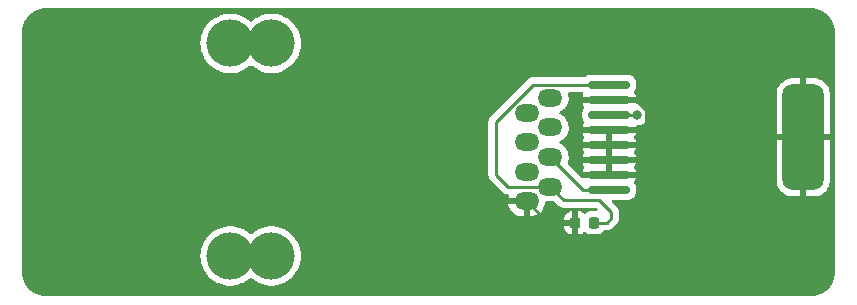
<source format=gbr>
%TF.GenerationSoftware,KiCad,Pcbnew,(6.0.0)*%
%TF.CreationDate,2022-01-12T21:24:23-06:00*%
%TF.ProjectId,Current_Sense,43757272-656e-4745-9f53-656e73652e6b,rev?*%
%TF.SameCoordinates,Original*%
%TF.FileFunction,Copper,L1,Top*%
%TF.FilePolarity,Positive*%
%FSLAX46Y46*%
G04 Gerber Fmt 4.6, Leading zero omitted, Abs format (unit mm)*
G04 Created by KiCad (PCBNEW (6.0.0)) date 2022-01-12 21:24:23*
%MOMM*%
%LPD*%
G01*
G04 APERTURE LIST*
G04 Aperture macros list*
%AMRoundRect*
0 Rectangle with rounded corners*
0 $1 Rounding radius*
0 $2 $3 $4 $5 $6 $7 $8 $9 X,Y pos of 4 corners*
0 Add a 4 corners polygon primitive as box body*
4,1,4,$2,$3,$4,$5,$6,$7,$8,$9,$2,$3,0*
0 Add four circle primitives for the rounded corners*
1,1,$1+$1,$2,$3*
1,1,$1+$1,$4,$5*
1,1,$1+$1,$6,$7*
1,1,$1+$1,$8,$9*
0 Add four rect primitives between the rounded corners*
20,1,$1+$1,$2,$3,$4,$5,0*
20,1,$1+$1,$4,$5,$6,$7,0*
20,1,$1+$1,$6,$7,$8,$9,0*
20,1,$1+$1,$8,$9,$2,$3,0*%
G04 Aperture macros list end*
%TA.AperFunction,SMDPad,CuDef*%
%ADD10RoundRect,0.218750X0.218750X0.256250X-0.218750X0.256250X-0.218750X-0.256250X0.218750X-0.256250X0*%
%TD*%
%TA.AperFunction,ComponentPad*%
%ADD11C,4.000000*%
%TD*%
%TA.AperFunction,ComponentPad*%
%ADD12O,2.100000X1.500000*%
%TD*%
%TA.AperFunction,SMDPad,CuDef*%
%ADD13RoundRect,0.875000X-0.875000X3.625000X-0.875000X-3.625000X0.875000X-3.625000X0.875000X3.625000X0*%
%TD*%
%TA.AperFunction,SMDPad,CuDef*%
%ADD14RoundRect,0.175000X-1.575000X0.175000X-1.575000X-0.175000X1.575000X-0.175000X1.575000X0.175000X0*%
%TD*%
%TA.AperFunction,ViaPad*%
%ADD15C,0.800000*%
%TD*%
%TA.AperFunction,Conductor*%
%ADD16C,0.250000*%
%TD*%
G04 APERTURE END LIST*
D10*
%TO.P,C1,2*%
%TO.N,GND*%
X104521000Y-92329000D03*
%TO.P,C1,1*%
%TO.N,+5V*%
X106096000Y-92329000D03*
%TD*%
D11*
%TO.P,U1,9,I_in*%
%TO.N,unconnected-(U1-Pad9)*%
X75290000Y-95145001D03*
%TO.P,U1,10,I_out*%
%TO.N,unconnected-(U1-Pad10)*%
X78790000Y-77145001D03*
X75290000Y-77145001D03*
%TO.P,U1,9,I_in*%
%TO.N,unconnected-(U1-Pad9)*%
X78790000Y-95145001D03*
D12*
%TO.P,U1,1,OCD*%
%TO.N,unconnected-(U1-Pad1)*%
X102390000Y-81765001D03*
%TO.P,U1,3*%
%TO.N,N/C*%
X102390000Y-84265001D03*
%TO.P,U1,2,GND*%
%TO.N,GND*%
X100390000Y-83015001D03*
%TO.P,U1,4*%
%TO.N,N/C*%
X100390000Y-85515001D03*
%TO.P,U1,5,CLK*%
%TO.N,DFSDM1_CKIN5_5V*%
X102390000Y-86765001D03*
%TO.P,U1,6,Dout*%
%TO.N,DFSDM1_DATIN5_5V*%
X100390000Y-88015001D03*
%TO.P,U1,7,Vc*%
%TO.N,+5V*%
X102390000Y-89265001D03*
%TO.P,U1,8,GND*%
%TO.N,GND*%
X100390000Y-90515001D03*
%TD*%
D13*
%TO.P,J5,9,Pin_9*%
%TO.N,GND*%
X123825000Y-85090000D03*
D14*
%TO.P,J5,5,Pin_5*%
X107380000Y-84455000D03*
%TO.P,J5,7,Pin_7*%
X107380000Y-81915000D03*
%TO.P,J5,8,Pin_8*%
%TO.N,+5V*%
X107380000Y-80645000D03*
%TO.P,J5,6,Pin_6*%
%TO.N,DFSDM1_DATIN5_5V*%
X107380000Y-83185000D03*
%TO.P,J5,4,Pin_4*%
%TO.N,GND*%
X107380000Y-85725000D03*
%TO.P,J5,3,Pin_3*%
X107380000Y-86995000D03*
%TO.P,J5,2,Pin_2*%
X107380000Y-88265000D03*
%TO.P,J5,1,Pin_1*%
%TO.N,DFSDM1_CKIN5_5V*%
X107380000Y-89535000D03*
%TD*%
D15*
%TO.N,DFSDM1_DATIN5_5V*%
X109765500Y-83185000D03*
%TD*%
D16*
%TO.N,DFSDM1_DATIN5_5V*%
X109765500Y-83185000D02*
X107380000Y-83185000D01*
%TO.N,DFSDM1_CKIN5_5V*%
X105159999Y-89535000D02*
X102390000Y-86765001D01*
X107380000Y-89535000D02*
X105159999Y-89535000D01*
%TO.N,GND*%
X102203999Y-92329000D02*
X100390000Y-90515001D01*
X104521000Y-92329000D02*
X102203999Y-92329000D01*
X107380000Y-88265000D02*
X110363000Y-88265000D01*
X110363000Y-88265000D02*
X110490000Y-88138000D01*
X110490000Y-88138000D02*
X110490000Y-87376000D01*
X110109000Y-86995000D02*
X107380000Y-86995000D01*
X110490000Y-87376000D02*
X110109000Y-86995000D01*
X107380000Y-85725000D02*
X110363000Y-85725000D01*
X110490000Y-85852000D02*
X110490000Y-87376000D01*
X110363000Y-85725000D02*
X110490000Y-85852000D01*
X107380000Y-84455000D02*
X110363000Y-84455000D01*
X110490000Y-84582000D02*
X110490000Y-85852000D01*
X110363000Y-84455000D02*
X110490000Y-84582000D01*
X107380000Y-81915000D02*
X109601000Y-81915000D01*
X110490000Y-82804000D02*
X110490000Y-84582000D01*
X109601000Y-81915000D02*
X110490000Y-82804000D01*
%TO.N,+5V*%
X106096000Y-92329000D02*
X107188000Y-92329000D01*
X107188000Y-92329000D02*
X107569000Y-91948000D01*
X107569000Y-91948000D02*
X107569000Y-91440000D01*
X107569000Y-91440000D02*
X106553000Y-90424000D01*
X103548999Y-90424000D02*
X102390000Y-89265001D01*
X106553000Y-90424000D02*
X103548999Y-90424000D01*
X100939708Y-80645000D02*
X97790000Y-83794708D01*
X107380000Y-80645000D02*
X100939708Y-80645000D01*
X97790000Y-83794708D02*
X97790000Y-88265000D01*
X98790001Y-89265001D02*
X102390000Y-89265001D01*
X97790000Y-88265000D02*
X98790001Y-89265001D01*
%TO.N,DFSDM1_DATIN5_5V*%
X107380000Y-83185000D02*
X105791000Y-83185000D01*
%TO.N,DFSDM1_CKIN5_5V*%
X102390000Y-86586000D02*
X102390000Y-86765001D01*
%TO.N,unconnected-(U1-Pad9)*%
X78790000Y-95145001D02*
X75290000Y-95145001D01*
%TO.N,unconnected-(U1-Pad10)*%
X78790000Y-77145001D02*
X75290000Y-77145001D01*
%TD*%
%TA.AperFunction,Conductor*%
%TO.N,GND*%
G36*
X124430057Y-74169500D02*
G01*
X124444858Y-74171805D01*
X124444861Y-74171805D01*
X124453730Y-74173186D01*
X124469999Y-74171059D01*
X124494567Y-74170266D01*
X124716985Y-74184844D01*
X124733326Y-74186995D01*
X124977824Y-74235629D01*
X124993743Y-74239895D01*
X125229790Y-74320022D01*
X125245017Y-74326329D01*
X125468592Y-74436584D01*
X125482865Y-74444825D01*
X125690133Y-74583316D01*
X125703210Y-74593349D01*
X125890632Y-74757714D01*
X125902286Y-74769368D01*
X126066651Y-74956790D01*
X126076684Y-74969867D01*
X126215175Y-75177135D01*
X126223416Y-75191408D01*
X126333671Y-75414983D01*
X126339978Y-75430210D01*
X126420105Y-75666257D01*
X126424371Y-75682176D01*
X126473005Y-75926673D01*
X126475156Y-75943014D01*
X126489264Y-76158268D01*
X126488239Y-76181304D01*
X126488196Y-76184854D01*
X126486814Y-76193730D01*
X126488454Y-76206270D01*
X126490936Y-76225251D01*
X126492000Y-76241589D01*
X126492000Y-96470672D01*
X126490500Y-96490056D01*
X126486814Y-96513730D01*
X126488941Y-96529999D01*
X126489734Y-96554567D01*
X126475156Y-96776985D01*
X126473005Y-96793326D01*
X126424371Y-97037824D01*
X126420105Y-97053743D01*
X126339978Y-97289790D01*
X126333671Y-97305017D01*
X126223416Y-97528592D01*
X126215175Y-97542865D01*
X126076684Y-97750133D01*
X126066651Y-97763210D01*
X125902286Y-97950632D01*
X125890632Y-97962286D01*
X125703210Y-98126651D01*
X125690133Y-98136684D01*
X125482865Y-98275175D01*
X125468592Y-98283416D01*
X125245017Y-98393671D01*
X125229790Y-98399978D01*
X124993743Y-98480105D01*
X124977824Y-98484371D01*
X124733327Y-98533005D01*
X124716986Y-98535156D01*
X124501732Y-98549264D01*
X124478696Y-98548239D01*
X124475146Y-98548196D01*
X124466270Y-98546814D01*
X124437762Y-98550542D01*
X124434749Y-98550936D01*
X124418411Y-98552000D01*
X59739328Y-98552000D01*
X59719943Y-98550500D01*
X59705142Y-98548195D01*
X59705139Y-98548195D01*
X59696270Y-98546814D01*
X59680001Y-98548941D01*
X59655433Y-98549734D01*
X59433015Y-98535156D01*
X59416674Y-98533005D01*
X59172176Y-98484371D01*
X59156257Y-98480105D01*
X58920210Y-98399978D01*
X58904983Y-98393671D01*
X58681408Y-98283416D01*
X58667135Y-98275175D01*
X58459867Y-98136684D01*
X58446790Y-98126651D01*
X58259368Y-97962286D01*
X58247714Y-97950632D01*
X58083349Y-97763210D01*
X58073316Y-97750133D01*
X57934825Y-97542865D01*
X57926584Y-97528592D01*
X57816329Y-97305017D01*
X57810022Y-97289790D01*
X57729895Y-97053743D01*
X57725629Y-97037824D01*
X57676995Y-96793327D01*
X57674844Y-96776986D01*
X57660736Y-96561732D01*
X57661761Y-96538696D01*
X57661804Y-96535146D01*
X57663186Y-96526270D01*
X57659064Y-96494748D01*
X57658000Y-96478411D01*
X57658000Y-95145001D01*
X72776540Y-95145001D01*
X72796359Y-95460021D01*
X72855505Y-95770073D01*
X72953044Y-96070267D01*
X72954731Y-96073853D01*
X72954733Y-96073857D01*
X73085750Y-96352284D01*
X73085754Y-96352291D01*
X73087438Y-96355870D01*
X73256568Y-96622376D01*
X73457767Y-96865583D01*
X73687860Y-97081655D01*
X73943221Y-97267185D01*
X73946690Y-97269092D01*
X73946693Y-97269094D01*
X74216352Y-97417341D01*
X74219821Y-97419248D01*
X74223490Y-97420701D01*
X74223495Y-97420703D01*
X74330770Y-97463176D01*
X74513298Y-97535444D01*
X74819025Y-97613941D01*
X75132179Y-97653501D01*
X75447821Y-97653501D01*
X75760975Y-97613941D01*
X76066702Y-97535444D01*
X76249230Y-97463176D01*
X76356505Y-97420703D01*
X76356510Y-97420701D01*
X76360179Y-97419248D01*
X76363648Y-97417341D01*
X76633307Y-97269094D01*
X76633310Y-97269092D01*
X76636779Y-97267185D01*
X76892140Y-97081655D01*
X76953747Y-97023802D01*
X77017097Y-96991751D01*
X77087719Y-96999038D01*
X77126253Y-97023802D01*
X77187860Y-97081655D01*
X77443221Y-97267185D01*
X77446690Y-97269092D01*
X77446693Y-97269094D01*
X77716352Y-97417341D01*
X77719821Y-97419248D01*
X77723490Y-97420701D01*
X77723495Y-97420703D01*
X77830770Y-97463176D01*
X78013298Y-97535444D01*
X78319025Y-97613941D01*
X78632179Y-97653501D01*
X78947821Y-97653501D01*
X79260975Y-97613941D01*
X79566702Y-97535444D01*
X79749230Y-97463176D01*
X79856505Y-97420703D01*
X79856510Y-97420701D01*
X79860179Y-97419248D01*
X79863648Y-97417341D01*
X80133307Y-97269094D01*
X80133310Y-97269092D01*
X80136779Y-97267185D01*
X80392140Y-97081655D01*
X80622233Y-96865583D01*
X80823432Y-96622376D01*
X80992562Y-96355870D01*
X80994246Y-96352291D01*
X80994250Y-96352284D01*
X81125267Y-96073857D01*
X81125269Y-96073853D01*
X81126956Y-96070267D01*
X81224495Y-95770073D01*
X81283641Y-95460021D01*
X81303460Y-95145001D01*
X81283641Y-94829981D01*
X81224495Y-94519929D01*
X81126956Y-94219735D01*
X81125267Y-94216145D01*
X80994250Y-93937718D01*
X80994246Y-93937711D01*
X80992562Y-93934132D01*
X80823432Y-93667626D01*
X80622233Y-93424419D01*
X80392140Y-93208347D01*
X80136779Y-93022817D01*
X80028081Y-92963059D01*
X79863648Y-92872661D01*
X79863647Y-92872660D01*
X79860179Y-92870754D01*
X79856510Y-92869301D01*
X79856505Y-92869299D01*
X79570372Y-92756011D01*
X79570371Y-92756011D01*
X79566702Y-92754558D01*
X79260975Y-92676061D01*
X78947821Y-92636501D01*
X78632179Y-92636501D01*
X78319025Y-92676061D01*
X78013298Y-92754558D01*
X78009629Y-92756011D01*
X78009628Y-92756011D01*
X77723495Y-92869299D01*
X77723490Y-92869301D01*
X77719821Y-92870754D01*
X77716353Y-92872660D01*
X77716352Y-92872661D01*
X77551920Y-92963059D01*
X77443221Y-93022817D01*
X77187860Y-93208347D01*
X77126253Y-93266200D01*
X77062903Y-93298251D01*
X76992281Y-93290964D01*
X76953747Y-93266200D01*
X76892140Y-93208347D01*
X76636779Y-93022817D01*
X76528081Y-92963059D01*
X76363648Y-92872661D01*
X76363647Y-92872660D01*
X76360179Y-92870754D01*
X76356510Y-92869301D01*
X76356505Y-92869299D01*
X76070372Y-92756011D01*
X76070371Y-92756011D01*
X76066702Y-92754558D01*
X75760975Y-92676061D01*
X75447821Y-92636501D01*
X75132179Y-92636501D01*
X74819025Y-92676061D01*
X74513298Y-92754558D01*
X74509629Y-92756011D01*
X74509628Y-92756011D01*
X74223495Y-92869299D01*
X74223490Y-92869301D01*
X74219821Y-92870754D01*
X74216353Y-92872660D01*
X74216352Y-92872661D01*
X74051920Y-92963059D01*
X73943221Y-93022817D01*
X73687860Y-93208347D01*
X73457767Y-93424419D01*
X73256568Y-93667626D01*
X73087438Y-93934132D01*
X73085754Y-93937711D01*
X73085750Y-93937718D01*
X72954733Y-94216145D01*
X72953044Y-94219735D01*
X72855505Y-94519929D01*
X72796359Y-94829981D01*
X72776540Y-95145001D01*
X57658000Y-95145001D01*
X57658000Y-92630266D01*
X103575500Y-92630266D01*
X103575837Y-92636782D01*
X103585304Y-92728021D01*
X103588197Y-92741417D01*
X103637330Y-92888687D01*
X103643504Y-92901866D01*
X103724970Y-93033514D01*
X103734006Y-93044915D01*
X103843580Y-93154298D01*
X103854991Y-93163310D01*
X103986791Y-93244553D01*
X103999968Y-93250697D01*
X104147343Y-93299579D01*
X104160710Y-93302445D01*
X104250200Y-93311614D01*
X104264124Y-93307525D01*
X104265329Y-93306135D01*
X104267000Y-93298452D01*
X104267000Y-92601115D01*
X104262525Y-92585876D01*
X104261135Y-92584671D01*
X104253452Y-92583000D01*
X103593615Y-92583000D01*
X103578376Y-92587475D01*
X103577171Y-92588865D01*
X103575500Y-92596548D01*
X103575500Y-92630266D01*
X57658000Y-92630266D01*
X57658000Y-92056885D01*
X103575500Y-92056885D01*
X103579975Y-92072124D01*
X103581365Y-92073329D01*
X103589048Y-92075000D01*
X104248885Y-92075000D01*
X104264124Y-92070525D01*
X104265329Y-92069135D01*
X104267000Y-92061452D01*
X104267000Y-91364115D01*
X104262525Y-91348876D01*
X104261135Y-91347671D01*
X104254179Y-91346158D01*
X104250718Y-91346337D01*
X104159479Y-91355804D01*
X104146083Y-91358697D01*
X103998813Y-91407830D01*
X103985634Y-91414004D01*
X103853986Y-91495470D01*
X103842585Y-91504506D01*
X103733202Y-91614080D01*
X103724190Y-91625491D01*
X103642947Y-91757291D01*
X103636803Y-91770468D01*
X103587921Y-91917843D01*
X103585055Y-91931210D01*
X103575828Y-92021270D01*
X103575500Y-92027685D01*
X103575500Y-92056885D01*
X57658000Y-92056885D01*
X57658000Y-90782729D01*
X98856114Y-90782729D01*
X98856166Y-90782974D01*
X98918898Y-90986884D01*
X98923119Y-90997230D01*
X99020971Y-91186815D01*
X99026957Y-91196246D01*
X99156832Y-91365502D01*
X99164393Y-91373725D01*
X99322194Y-91517313D01*
X99331094Y-91524068D01*
X99511815Y-91637435D01*
X99521781Y-91642512D01*
X99719714Y-91722081D01*
X99730429Y-91725316D01*
X99940301Y-91768778D01*
X99949438Y-91769981D01*
X99999990Y-91772896D01*
X100003637Y-91773001D01*
X100117885Y-91773001D01*
X100133124Y-91768526D01*
X100134329Y-91767136D01*
X100136000Y-91759453D01*
X100136000Y-90787116D01*
X100131525Y-90771877D01*
X100130135Y-90770672D01*
X100122452Y-90769001D01*
X98871589Y-90769001D01*
X98857607Y-90773106D01*
X98856114Y-90782729D01*
X57658000Y-90782729D01*
X57658000Y-83774651D01*
X97151780Y-83774651D01*
X97152526Y-83782543D01*
X97155941Y-83818669D01*
X97156500Y-83830527D01*
X97156500Y-88186233D01*
X97155973Y-88197416D01*
X97154298Y-88204909D01*
X97154547Y-88212835D01*
X97154547Y-88212836D01*
X97156438Y-88272986D01*
X97156500Y-88276945D01*
X97156500Y-88304856D01*
X97156997Y-88308790D01*
X97156997Y-88308791D01*
X97157005Y-88308856D01*
X97157938Y-88320693D01*
X97159327Y-88364889D01*
X97164978Y-88384339D01*
X97168987Y-88403700D01*
X97171526Y-88423797D01*
X97174445Y-88431168D01*
X97174445Y-88431170D01*
X97187804Y-88464912D01*
X97191649Y-88476142D01*
X97196383Y-88492436D01*
X97203982Y-88518593D01*
X97208015Y-88525412D01*
X97208017Y-88525417D01*
X97214293Y-88536028D01*
X97222988Y-88553776D01*
X97230448Y-88572617D01*
X97235110Y-88579033D01*
X97235110Y-88579034D01*
X97256436Y-88608387D01*
X97262952Y-88618307D01*
X97285458Y-88656362D01*
X97299779Y-88670683D01*
X97312619Y-88685716D01*
X97324528Y-88702107D01*
X97330632Y-88707157D01*
X97330637Y-88707162D01*
X97358598Y-88730293D01*
X97367379Y-88738283D01*
X98286354Y-89657259D01*
X98293888Y-89665538D01*
X98298001Y-89672019D01*
X98336884Y-89708532D01*
X98347652Y-89718644D01*
X98350494Y-89721399D01*
X98370231Y-89741136D01*
X98373428Y-89743616D01*
X98382448Y-89751319D01*
X98414680Y-89781587D01*
X98421626Y-89785406D01*
X98421629Y-89785408D01*
X98432435Y-89791349D01*
X98448954Y-89802200D01*
X98464960Y-89814615D01*
X98472229Y-89817760D01*
X98472233Y-89817763D01*
X98505538Y-89832175D01*
X98516188Y-89837392D01*
X98554941Y-89858696D01*
X98562616Y-89860667D01*
X98562617Y-89860667D01*
X98574563Y-89863734D01*
X98593268Y-89870138D01*
X98611856Y-89878182D01*
X98619679Y-89879421D01*
X98619689Y-89879424D01*
X98655525Y-89885100D01*
X98667145Y-89887506D01*
X98702290Y-89896529D01*
X98709971Y-89898501D01*
X98730225Y-89898501D01*
X98749935Y-89900052D01*
X98769944Y-89903221D01*
X98780501Y-89902223D01*
X98782570Y-89902624D01*
X98785759Y-89902724D01*
X98785743Y-89903238D01*
X98850201Y-89915725D01*
X98901538Y-89964767D01*
X98918211Y-90033778D01*
X98907733Y-90078308D01*
X98895145Y-90106986D01*
X98891578Y-90117583D01*
X98861376Y-90243385D01*
X98862081Y-90257471D01*
X98870960Y-90261001D01*
X100518000Y-90261001D01*
X100586121Y-90281003D01*
X100632614Y-90334659D01*
X100644000Y-90387001D01*
X100644000Y-91754886D01*
X100648475Y-91770125D01*
X100649865Y-91771330D01*
X100657548Y-91773001D01*
X100744175Y-91773001D01*
X100749770Y-91772752D01*
X100908078Y-91758623D01*
X100919092Y-91756641D01*
X101124860Y-91700350D01*
X101135341Y-91696452D01*
X101327903Y-91604604D01*
X101337516Y-91598919D01*
X101510767Y-91474426D01*
X101519233Y-91467118D01*
X101667692Y-91313919D01*
X101674735Y-91305222D01*
X101793719Y-91128157D01*
X101799105Y-91118359D01*
X101884857Y-90923011D01*
X101888422Y-90912419D01*
X101938225Y-90704973D01*
X101939858Y-90693911D01*
X101942837Y-90642248D01*
X101966727Y-90575392D01*
X102022970Y-90532064D01*
X102068628Y-90523501D01*
X102700405Y-90523501D01*
X102768526Y-90543503D01*
X102789501Y-90560406D01*
X103045352Y-90816258D01*
X103052886Y-90824537D01*
X103056999Y-90831018D01*
X103106650Y-90877643D01*
X103109492Y-90880398D01*
X103129229Y-90900135D01*
X103132426Y-90902615D01*
X103141446Y-90910318D01*
X103173678Y-90940586D01*
X103180624Y-90944405D01*
X103180627Y-90944407D01*
X103191433Y-90950348D01*
X103207952Y-90961199D01*
X103223958Y-90973614D01*
X103231227Y-90976759D01*
X103231231Y-90976762D01*
X103264536Y-90991174D01*
X103275186Y-90996391D01*
X103313939Y-91017695D01*
X103321614Y-91019666D01*
X103321615Y-91019666D01*
X103333561Y-91022733D01*
X103352266Y-91029137D01*
X103370854Y-91037181D01*
X103378677Y-91038420D01*
X103378687Y-91038423D01*
X103414523Y-91044099D01*
X103426143Y-91046505D01*
X103461043Y-91055465D01*
X103468969Y-91057500D01*
X103489223Y-91057500D01*
X103508933Y-91059051D01*
X103528942Y-91062220D01*
X103536834Y-91061474D01*
X103572960Y-91058059D01*
X103584818Y-91057500D01*
X106238406Y-91057500D01*
X106306527Y-91077502D01*
X106327501Y-91094405D01*
X106363501Y-91130405D01*
X106397527Y-91192717D01*
X106392462Y-91263532D01*
X106349915Y-91320368D01*
X106283395Y-91345179D01*
X106274406Y-91345500D01*
X105828928Y-91345500D01*
X105825682Y-91345837D01*
X105825678Y-91345837D01*
X105804486Y-91348036D01*
X105727518Y-91356022D01*
X105566651Y-91409692D01*
X105422445Y-91498929D01*
X105417276Y-91504107D01*
X105397259Y-91524159D01*
X105334977Y-91558238D01*
X105264157Y-91553235D01*
X105219068Y-91524314D01*
X105198420Y-91503702D01*
X105187009Y-91494690D01*
X105055209Y-91413447D01*
X105042032Y-91407303D01*
X104894657Y-91358421D01*
X104881290Y-91355555D01*
X104791800Y-91346386D01*
X104777876Y-91350475D01*
X104776671Y-91351865D01*
X104775000Y-91359548D01*
X104775000Y-93293885D01*
X104779475Y-93309124D01*
X104780865Y-93310329D01*
X104787821Y-93311842D01*
X104791282Y-93311663D01*
X104882521Y-93302196D01*
X104895917Y-93299303D01*
X105043187Y-93250170D01*
X105056366Y-93243996D01*
X105188014Y-93162530D01*
X105199415Y-93153494D01*
X105219033Y-93133842D01*
X105281316Y-93099763D01*
X105352136Y-93104766D01*
X105397223Y-93133686D01*
X105416951Y-93153379D01*
X105423447Y-93159864D01*
X105567808Y-93248849D01*
X105574756Y-93251154D01*
X105574757Y-93251154D01*
X105722238Y-93300072D01*
X105722240Y-93300072D01*
X105728769Y-93302238D01*
X105828928Y-93312500D01*
X106363072Y-93312500D01*
X106366318Y-93312163D01*
X106366322Y-93312163D01*
X106400103Y-93308658D01*
X106464482Y-93301978D01*
X106625349Y-93248308D01*
X106769555Y-93159071D01*
X106889364Y-93039053D01*
X106899639Y-93022384D01*
X106952412Y-92974890D01*
X107006899Y-92962500D01*
X107109233Y-92962500D01*
X107120416Y-92963027D01*
X107127909Y-92964702D01*
X107135835Y-92964453D01*
X107135836Y-92964453D01*
X107195986Y-92962562D01*
X107199945Y-92962500D01*
X107227856Y-92962500D01*
X107231791Y-92962003D01*
X107231856Y-92961995D01*
X107243693Y-92961062D01*
X107275951Y-92960048D01*
X107279970Y-92959922D01*
X107287889Y-92959673D01*
X107307343Y-92954021D01*
X107326700Y-92950013D01*
X107338930Y-92948468D01*
X107338931Y-92948468D01*
X107346797Y-92947474D01*
X107354168Y-92944555D01*
X107354170Y-92944555D01*
X107387912Y-92931196D01*
X107399142Y-92927351D01*
X107433983Y-92917229D01*
X107433984Y-92917229D01*
X107441593Y-92915018D01*
X107448412Y-92910985D01*
X107448417Y-92910983D01*
X107459028Y-92904707D01*
X107476776Y-92896012D01*
X107495617Y-92888552D01*
X107517490Y-92872661D01*
X107531387Y-92862564D01*
X107541307Y-92856048D01*
X107572535Y-92837580D01*
X107572538Y-92837578D01*
X107579362Y-92833542D01*
X107593683Y-92819221D01*
X107608717Y-92806380D01*
X107618694Y-92799131D01*
X107625107Y-92794472D01*
X107653298Y-92760395D01*
X107661288Y-92751616D01*
X107961247Y-92451657D01*
X107969537Y-92444113D01*
X107976018Y-92440000D01*
X108022659Y-92390332D01*
X108025413Y-92387491D01*
X108045134Y-92367770D01*
X108047612Y-92364575D01*
X108055318Y-92355553D01*
X108080158Y-92329101D01*
X108085586Y-92323321D01*
X108095346Y-92305568D01*
X108106199Y-92289045D01*
X108113753Y-92279306D01*
X108118613Y-92273041D01*
X108136176Y-92232457D01*
X108141383Y-92221827D01*
X108162695Y-92183060D01*
X108164666Y-92175383D01*
X108164668Y-92175378D01*
X108167732Y-92163442D01*
X108174138Y-92144730D01*
X108179034Y-92133417D01*
X108182181Y-92126145D01*
X108189097Y-92082481D01*
X108191504Y-92070860D01*
X108200528Y-92035711D01*
X108200528Y-92035710D01*
X108202500Y-92028030D01*
X108202500Y-92007769D01*
X108204051Y-91988058D01*
X108205979Y-91975885D01*
X108207219Y-91968057D01*
X108203059Y-91924046D01*
X108202500Y-91912189D01*
X108202500Y-91518767D01*
X108203027Y-91507584D01*
X108204702Y-91500091D01*
X108202562Y-91432000D01*
X108202500Y-91428043D01*
X108202500Y-91400144D01*
X108201996Y-91396153D01*
X108201063Y-91384311D01*
X108200731Y-91373725D01*
X108199674Y-91340111D01*
X108197462Y-91332497D01*
X108197461Y-91332492D01*
X108194023Y-91320659D01*
X108190012Y-91301295D01*
X108188467Y-91289064D01*
X108187474Y-91281203D01*
X108184557Y-91273836D01*
X108184556Y-91273831D01*
X108171198Y-91240092D01*
X108167354Y-91228865D01*
X108165232Y-91221561D01*
X108155018Y-91186407D01*
X108144707Y-91168972D01*
X108136012Y-91151224D01*
X108128552Y-91132383D01*
X108102564Y-91096613D01*
X108096048Y-91086693D01*
X108077580Y-91055465D01*
X108077578Y-91055462D01*
X108073542Y-91048638D01*
X108059221Y-91034317D01*
X108046380Y-91019283D01*
X108039131Y-91009306D01*
X108034472Y-91002893D01*
X108028368Y-90997843D01*
X108028363Y-90997838D01*
X108000402Y-90974707D01*
X107991621Y-90966717D01*
X107633500Y-90608595D01*
X107599475Y-90546283D01*
X107604540Y-90475467D01*
X107647087Y-90418632D01*
X107713607Y-90393821D01*
X107722596Y-90393500D01*
X109009634Y-90393500D01*
X109080473Y-90386991D01*
X109086853Y-90384992D01*
X109086856Y-90384991D01*
X109231086Y-90339791D01*
X109238336Y-90337519D01*
X109244833Y-90333584D01*
X109244836Y-90333583D01*
X109364684Y-90261001D01*
X109379842Y-90251821D01*
X109496821Y-90134842D01*
X109531059Y-90078308D01*
X109578583Y-89999836D01*
X109578584Y-89999833D01*
X109582519Y-89993336D01*
X109606841Y-89915725D01*
X109629991Y-89841856D01*
X109629992Y-89841853D01*
X109631991Y-89835473D01*
X109638500Y-89764634D01*
X109638500Y-89305366D01*
X109631991Y-89234527D01*
X109628589Y-89223669D01*
X109584791Y-89083914D01*
X109582519Y-89076664D01*
X109514765Y-88964787D01*
X109496586Y-88896158D01*
X109514765Y-88834246D01*
X109532095Y-88805631D01*
X121567000Y-88805631D01*
X121567091Y-88809016D01*
X121569882Y-88860545D01*
X121570955Y-88869189D01*
X121614080Y-89090018D01*
X121616994Y-89100246D01*
X121696364Y-89309740D01*
X121700962Y-89319338D01*
X121814493Y-89512460D01*
X121820646Y-89521149D01*
X121965101Y-89692392D01*
X121972608Y-89699899D01*
X122143851Y-89844354D01*
X122152540Y-89850507D01*
X122345662Y-89964038D01*
X122355260Y-89968636D01*
X122564754Y-90048006D01*
X122574982Y-90050920D01*
X122795811Y-90094045D01*
X122804455Y-90095118D01*
X122855984Y-90097909D01*
X122859369Y-90098000D01*
X123552885Y-90098000D01*
X123568124Y-90093525D01*
X123569329Y-90092135D01*
X123571000Y-90084452D01*
X123571000Y-90079885D01*
X124079000Y-90079885D01*
X124083475Y-90095124D01*
X124084865Y-90096329D01*
X124092548Y-90098000D01*
X124790631Y-90098000D01*
X124794016Y-90097909D01*
X124845545Y-90095118D01*
X124854189Y-90094045D01*
X125075018Y-90050920D01*
X125085246Y-90048006D01*
X125294740Y-89968636D01*
X125304338Y-89964038D01*
X125497460Y-89850507D01*
X125506149Y-89844354D01*
X125677392Y-89699899D01*
X125684899Y-89692392D01*
X125829354Y-89521149D01*
X125835507Y-89512460D01*
X125949038Y-89319338D01*
X125953636Y-89309740D01*
X126033006Y-89100246D01*
X126035920Y-89090018D01*
X126079045Y-88869189D01*
X126080118Y-88860545D01*
X126082909Y-88809016D01*
X126083000Y-88805631D01*
X126083000Y-85362115D01*
X126078525Y-85346876D01*
X126077135Y-85345671D01*
X126069452Y-85344000D01*
X124097115Y-85344000D01*
X124081876Y-85348475D01*
X124080671Y-85349865D01*
X124079000Y-85357548D01*
X124079000Y-90079885D01*
X123571000Y-90079885D01*
X123571000Y-85362115D01*
X123566525Y-85346876D01*
X123565135Y-85345671D01*
X123557452Y-85344000D01*
X121585115Y-85344000D01*
X121569876Y-85348475D01*
X121568671Y-85349865D01*
X121567000Y-85357548D01*
X121567000Y-88805631D01*
X109532095Y-88805631D01*
X109578125Y-88729625D01*
X109584332Y-88715879D01*
X109629494Y-88571766D01*
X109632107Y-88558717D01*
X109634099Y-88537039D01*
X109631178Y-88522164D01*
X109619284Y-88519000D01*
X105142359Y-88519000D01*
X105134886Y-88521194D01*
X105063889Y-88521192D01*
X105010295Y-88489392D01*
X103887879Y-87366976D01*
X103853853Y-87304664D01*
X103857781Y-87265405D01*
X105125750Y-87265405D01*
X105127893Y-87288717D01*
X105130506Y-87301766D01*
X105175668Y-87445879D01*
X105181875Y-87459626D01*
X105245527Y-87564729D01*
X105263706Y-87633359D01*
X105245527Y-87695271D01*
X105181875Y-87800374D01*
X105175668Y-87814121D01*
X105130506Y-87958234D01*
X105127893Y-87971283D01*
X105125901Y-87992961D01*
X105128822Y-88007836D01*
X105140716Y-88011000D01*
X107107885Y-88011000D01*
X107123124Y-88006525D01*
X107124329Y-88005135D01*
X107126000Y-87997452D01*
X107126000Y-87992885D01*
X107634000Y-87992885D01*
X107638475Y-88008124D01*
X107639865Y-88009329D01*
X107647548Y-88011000D01*
X109617642Y-88011000D01*
X109632187Y-88006729D01*
X109634250Y-87994595D01*
X109632107Y-87971283D01*
X109629494Y-87958234D01*
X109584332Y-87814121D01*
X109578125Y-87800374D01*
X109514473Y-87695271D01*
X109496294Y-87626641D01*
X109514473Y-87564729D01*
X109578125Y-87459626D01*
X109584332Y-87445879D01*
X109629494Y-87301766D01*
X109632107Y-87288717D01*
X109634099Y-87267039D01*
X109631178Y-87252164D01*
X109619284Y-87249000D01*
X107652115Y-87249000D01*
X107636876Y-87253475D01*
X107635671Y-87254865D01*
X107634000Y-87262548D01*
X107634000Y-87992885D01*
X107126000Y-87992885D01*
X107126000Y-87267115D01*
X107121525Y-87251876D01*
X107120135Y-87250671D01*
X107112452Y-87249000D01*
X105142358Y-87249000D01*
X105127813Y-87253271D01*
X105125750Y-87265405D01*
X103857781Y-87265405D01*
X103861601Y-87227235D01*
X103885331Y-87173176D01*
X103885332Y-87173174D01*
X103887588Y-87168034D01*
X103940032Y-86949590D01*
X103950307Y-86771384D01*
X103952640Y-86730918D01*
X103952640Y-86730915D01*
X103952963Y-86725311D01*
X103925975Y-86502286D01*
X103859918Y-86287566D01*
X103810627Y-86192065D01*
X103759454Y-86092920D01*
X103759454Y-86092919D01*
X103756882Y-86087937D01*
X103685880Y-85995405D01*
X105125750Y-85995405D01*
X105127893Y-86018717D01*
X105130506Y-86031766D01*
X105175668Y-86175879D01*
X105181875Y-86189626D01*
X105245527Y-86294729D01*
X105263706Y-86363359D01*
X105245527Y-86425271D01*
X105181875Y-86530374D01*
X105175668Y-86544121D01*
X105130506Y-86688234D01*
X105127893Y-86701283D01*
X105125901Y-86722961D01*
X105128822Y-86737836D01*
X105140716Y-86741000D01*
X107107885Y-86741000D01*
X107123124Y-86736525D01*
X107124329Y-86735135D01*
X107126000Y-86727452D01*
X107126000Y-86722885D01*
X107634000Y-86722885D01*
X107638475Y-86738124D01*
X107639865Y-86739329D01*
X107647548Y-86741000D01*
X109617642Y-86741000D01*
X109632187Y-86736729D01*
X109634250Y-86724595D01*
X109632107Y-86701283D01*
X109629494Y-86688234D01*
X109584332Y-86544121D01*
X109578125Y-86530374D01*
X109514473Y-86425271D01*
X109496294Y-86356641D01*
X109514473Y-86294729D01*
X109578125Y-86189626D01*
X109584332Y-86175879D01*
X109629494Y-86031766D01*
X109632107Y-86018717D01*
X109634099Y-85997039D01*
X109631178Y-85982164D01*
X109619284Y-85979000D01*
X107652115Y-85979000D01*
X107636876Y-85983475D01*
X107635671Y-85984865D01*
X107634000Y-85992548D01*
X107634000Y-86722885D01*
X107126000Y-86722885D01*
X107126000Y-85997115D01*
X107121525Y-85981876D01*
X107120135Y-85980671D01*
X107112452Y-85979000D01*
X105142358Y-85979000D01*
X105127813Y-85983271D01*
X105125750Y-85995405D01*
X103685880Y-85995405D01*
X103620123Y-85909709D01*
X103453964Y-85758516D01*
X103449217Y-85755538D01*
X103449214Y-85755536D01*
X103268405Y-85642116D01*
X103263656Y-85639137D01*
X103241761Y-85630335D01*
X103186018Y-85586371D01*
X103162892Y-85519246D01*
X103179728Y-85450275D01*
X103234513Y-85399704D01*
X103328151Y-85355040D01*
X103328152Y-85355039D01*
X103333218Y-85352623D01*
X103515654Y-85221530D01*
X103671992Y-85060202D01*
X103797290Y-84873739D01*
X103862404Y-84725405D01*
X105125750Y-84725405D01*
X105127893Y-84748717D01*
X105130506Y-84761766D01*
X105175668Y-84905879D01*
X105181875Y-84919626D01*
X105245527Y-85024729D01*
X105263706Y-85093359D01*
X105245527Y-85155271D01*
X105181875Y-85260374D01*
X105175668Y-85274121D01*
X105130506Y-85418234D01*
X105127893Y-85431283D01*
X105125901Y-85452961D01*
X105128822Y-85467836D01*
X105140716Y-85471000D01*
X107107885Y-85471000D01*
X107123124Y-85466525D01*
X107124329Y-85465135D01*
X107126000Y-85457452D01*
X107126000Y-85452885D01*
X107634000Y-85452885D01*
X107638475Y-85468124D01*
X107639865Y-85469329D01*
X107647548Y-85471000D01*
X109617642Y-85471000D01*
X109632187Y-85466729D01*
X109634250Y-85454595D01*
X109632107Y-85431283D01*
X109629494Y-85418234D01*
X109584332Y-85274121D01*
X109578125Y-85260374D01*
X109514473Y-85155271D01*
X109496294Y-85086641D01*
X109514473Y-85024729D01*
X109578125Y-84919626D01*
X109584332Y-84905879D01*
X109611907Y-84817885D01*
X121567000Y-84817885D01*
X121571475Y-84833124D01*
X121572865Y-84834329D01*
X121580548Y-84836000D01*
X123552885Y-84836000D01*
X123568124Y-84831525D01*
X123569329Y-84830135D01*
X123571000Y-84822452D01*
X123571000Y-84817885D01*
X124079000Y-84817885D01*
X124083475Y-84833124D01*
X124084865Y-84834329D01*
X124092548Y-84836000D01*
X126064885Y-84836000D01*
X126080124Y-84831525D01*
X126081329Y-84830135D01*
X126083000Y-84822452D01*
X126083000Y-81374370D01*
X126082909Y-81370984D01*
X126080118Y-81319455D01*
X126079045Y-81310811D01*
X126035920Y-81089982D01*
X126033006Y-81079754D01*
X125953636Y-80870260D01*
X125949038Y-80860662D01*
X125835507Y-80667540D01*
X125829354Y-80658851D01*
X125684899Y-80487608D01*
X125677392Y-80480101D01*
X125506149Y-80335646D01*
X125497460Y-80329493D01*
X125304338Y-80215962D01*
X125294740Y-80211364D01*
X125085246Y-80131994D01*
X125075018Y-80129080D01*
X124854189Y-80085955D01*
X124845545Y-80084882D01*
X124794016Y-80082091D01*
X124790630Y-80082000D01*
X124097115Y-80082000D01*
X124081876Y-80086475D01*
X124080671Y-80087865D01*
X124079000Y-80095548D01*
X124079000Y-84817885D01*
X123571000Y-84817885D01*
X123571000Y-80100115D01*
X123566525Y-80084876D01*
X123565135Y-80083671D01*
X123557452Y-80082000D01*
X122859370Y-80082000D01*
X122855984Y-80082091D01*
X122804455Y-80084882D01*
X122795811Y-80085955D01*
X122574982Y-80129080D01*
X122564754Y-80131994D01*
X122355260Y-80211364D01*
X122345662Y-80215962D01*
X122152540Y-80329493D01*
X122143851Y-80335646D01*
X121972608Y-80480101D01*
X121965101Y-80487608D01*
X121820646Y-80658851D01*
X121814493Y-80667540D01*
X121700962Y-80860662D01*
X121696364Y-80870260D01*
X121616994Y-81079754D01*
X121614080Y-81089982D01*
X121570955Y-81310811D01*
X121569882Y-81319455D01*
X121567091Y-81370984D01*
X121567000Y-81374370D01*
X121567000Y-84817885D01*
X109611907Y-84817885D01*
X109629494Y-84761766D01*
X109632107Y-84748717D01*
X109634099Y-84727039D01*
X109631178Y-84712164D01*
X109619284Y-84709000D01*
X107652115Y-84709000D01*
X107636876Y-84713475D01*
X107635671Y-84714865D01*
X107634000Y-84722548D01*
X107634000Y-85452885D01*
X107126000Y-85452885D01*
X107126000Y-84727115D01*
X107121525Y-84711876D01*
X107120135Y-84710671D01*
X107112452Y-84709000D01*
X105142358Y-84709000D01*
X105127813Y-84713271D01*
X105125750Y-84725405D01*
X103862404Y-84725405D01*
X103887588Y-84668034D01*
X103940032Y-84449590D01*
X103952963Y-84225311D01*
X103925975Y-84002286D01*
X103859918Y-83787566D01*
X103857326Y-83782543D01*
X103759454Y-83592920D01*
X103759454Y-83592919D01*
X103756882Y-83587937D01*
X103623902Y-83414634D01*
X105121500Y-83414634D01*
X105128009Y-83485473D01*
X105130008Y-83491853D01*
X105130009Y-83491856D01*
X105139113Y-83520906D01*
X105177481Y-83643336D01*
X105181416Y-83649833D01*
X105181417Y-83649836D01*
X105195156Y-83672522D01*
X105238960Y-83744850D01*
X105245235Y-83755212D01*
X105263414Y-83823842D01*
X105245235Y-83885754D01*
X105181875Y-83990375D01*
X105175668Y-84004121D01*
X105130506Y-84148234D01*
X105127893Y-84161283D01*
X105125901Y-84182961D01*
X105128822Y-84197836D01*
X105140716Y-84201000D01*
X109617642Y-84201000D01*
X109632801Y-84196549D01*
X109663038Y-84134581D01*
X109723726Y-84097736D01*
X109756123Y-84093500D01*
X109860987Y-84093500D01*
X109867439Y-84092128D01*
X109867444Y-84092128D01*
X109954388Y-84073647D01*
X110047788Y-84053794D01*
X110070909Y-84043500D01*
X110216222Y-83978803D01*
X110216224Y-83978802D01*
X110222252Y-83976118D01*
X110376753Y-83863866D01*
X110445454Y-83787566D01*
X110500121Y-83726852D01*
X110500122Y-83726851D01*
X110504540Y-83721944D01*
X110600027Y-83556556D01*
X110659042Y-83374928D01*
X110661116Y-83355201D01*
X110678314Y-83191565D01*
X110679004Y-83185000D01*
X110665377Y-83055345D01*
X110659732Y-83001635D01*
X110659732Y-83001633D01*
X110659042Y-82995072D01*
X110600027Y-82813444D01*
X110575803Y-82771486D01*
X110507841Y-82653774D01*
X110504540Y-82648056D01*
X110474586Y-82614788D01*
X110381175Y-82511045D01*
X110381174Y-82511044D01*
X110376753Y-82506134D01*
X110222252Y-82393882D01*
X110216224Y-82391198D01*
X110216222Y-82391197D01*
X110053819Y-82318891D01*
X110053818Y-82318891D01*
X110047788Y-82316206D01*
X109954388Y-82296353D01*
X109867444Y-82277872D01*
X109867439Y-82277872D01*
X109860987Y-82276500D01*
X109755329Y-82276500D01*
X109687208Y-82256498D01*
X109640715Y-82202842D01*
X109631691Y-82174784D01*
X109631176Y-82172164D01*
X109619284Y-82169000D01*
X105142358Y-82169000D01*
X105127813Y-82173271D01*
X105125750Y-82185405D01*
X105127893Y-82208717D01*
X105130506Y-82221766D01*
X105175668Y-82365879D01*
X105181875Y-82379625D01*
X105245235Y-82484246D01*
X105263414Y-82552876D01*
X105245235Y-82614787D01*
X105177481Y-82726664D01*
X105175209Y-82733914D01*
X105139033Y-82849351D01*
X105128009Y-82884527D01*
X105121500Y-82955366D01*
X105121500Y-83414634D01*
X103623902Y-83414634D01*
X103620123Y-83409709D01*
X103453964Y-83258516D01*
X103449217Y-83255538D01*
X103449214Y-83255536D01*
X103268405Y-83142116D01*
X103263656Y-83139137D01*
X103241761Y-83130335D01*
X103186018Y-83086371D01*
X103162892Y-83019246D01*
X103179728Y-82950275D01*
X103234513Y-82899704D01*
X103328151Y-82855040D01*
X103328152Y-82855039D01*
X103333218Y-82852623D01*
X103515654Y-82721530D01*
X103613760Y-82620293D01*
X103668089Y-82564230D01*
X103668091Y-82564227D01*
X103671992Y-82560202D01*
X103797290Y-82373739D01*
X103887588Y-82168034D01*
X103940032Y-81949590D01*
X103952963Y-81725311D01*
X103925975Y-81502286D01*
X103910005Y-81450375D01*
X103907290Y-81441549D01*
X103906378Y-81370558D01*
X103943991Y-81310344D01*
X104008187Y-81280023D01*
X104027720Y-81278500D01*
X105064340Y-81278500D01*
X105132461Y-81298502D01*
X105178954Y-81352158D01*
X105189058Y-81422432D01*
X105179177Y-81456350D01*
X105175668Y-81464121D01*
X105130506Y-81608234D01*
X105127893Y-81621283D01*
X105125901Y-81642961D01*
X105128822Y-81657836D01*
X105140716Y-81661000D01*
X109617642Y-81661000D01*
X109632187Y-81656729D01*
X109634250Y-81644595D01*
X109632107Y-81621283D01*
X109629494Y-81608234D01*
X109584332Y-81464121D01*
X109578125Y-81450375D01*
X109514765Y-81345754D01*
X109496586Y-81277124D01*
X109514765Y-81215212D01*
X109578583Y-81109836D01*
X109578584Y-81109833D01*
X109582519Y-81103336D01*
X109631991Y-80945473D01*
X109638500Y-80874634D01*
X109638500Y-80415366D01*
X109631991Y-80344527D01*
X109582519Y-80186664D01*
X109578198Y-80179528D01*
X109500758Y-80051659D01*
X109496821Y-80045158D01*
X109379842Y-79928179D01*
X109352312Y-79911506D01*
X109244836Y-79846417D01*
X109244833Y-79846416D01*
X109238336Y-79842481D01*
X109213922Y-79834830D01*
X109086856Y-79795009D01*
X109086853Y-79795008D01*
X109080473Y-79793009D01*
X109009634Y-79786500D01*
X105750366Y-79786500D01*
X105679527Y-79793009D01*
X105673147Y-79795008D01*
X105673144Y-79795009D01*
X105546078Y-79834830D01*
X105521664Y-79842481D01*
X105515167Y-79846416D01*
X105515164Y-79846417D01*
X105407688Y-79911506D01*
X105380158Y-79928179D01*
X105333742Y-79974595D01*
X105271430Y-80008621D01*
X105244647Y-80011500D01*
X101018476Y-80011500D01*
X101007293Y-80010973D01*
X100999800Y-80009298D01*
X100991874Y-80009547D01*
X100991873Y-80009547D01*
X100931710Y-80011438D01*
X100927752Y-80011500D01*
X100899852Y-80011500D01*
X100895862Y-80012004D01*
X100884028Y-80012936D01*
X100839819Y-80014326D01*
X100832205Y-80016538D01*
X100832200Y-80016539D01*
X100820367Y-80019977D01*
X100801004Y-80023988D01*
X100780911Y-80026526D01*
X100773544Y-80029443D01*
X100773539Y-80029444D01*
X100739800Y-80042802D01*
X100728573Y-80046646D01*
X100686115Y-80058982D01*
X100679289Y-80063019D01*
X100668680Y-80069293D01*
X100650932Y-80077988D01*
X100632091Y-80085448D01*
X100625675Y-80090110D01*
X100625674Y-80090110D01*
X100596321Y-80111436D01*
X100586401Y-80117952D01*
X100555173Y-80136420D01*
X100555170Y-80136422D01*
X100548346Y-80140458D01*
X100534025Y-80154779D01*
X100518992Y-80167619D01*
X100502601Y-80179528D01*
X100497550Y-80185634D01*
X100474410Y-80213605D01*
X100466420Y-80222384D01*
X97397747Y-83291056D01*
X97389461Y-83298596D01*
X97382982Y-83302708D01*
X97377557Y-83308485D01*
X97336357Y-83352359D01*
X97333602Y-83355201D01*
X97313865Y-83374938D01*
X97311385Y-83378135D01*
X97303682Y-83387155D01*
X97273414Y-83419387D01*
X97269595Y-83426333D01*
X97269593Y-83426336D01*
X97263652Y-83437142D01*
X97252801Y-83453661D01*
X97240386Y-83469667D01*
X97237241Y-83476936D01*
X97237238Y-83476940D01*
X97222826Y-83510245D01*
X97217609Y-83520895D01*
X97196305Y-83559648D01*
X97194334Y-83567323D01*
X97194334Y-83567324D01*
X97191267Y-83579270D01*
X97184863Y-83597974D01*
X97176819Y-83616563D01*
X97175580Y-83624386D01*
X97175577Y-83624396D01*
X97169901Y-83660232D01*
X97167495Y-83671852D01*
X97156500Y-83714678D01*
X97156500Y-83734932D01*
X97154949Y-83754642D01*
X97151780Y-83774651D01*
X57658000Y-83774651D01*
X57658000Y-77145001D01*
X72776540Y-77145001D01*
X72796359Y-77460021D01*
X72855505Y-77770073D01*
X72953044Y-78070267D01*
X72954731Y-78073853D01*
X72954733Y-78073857D01*
X73085750Y-78352284D01*
X73085754Y-78352291D01*
X73087438Y-78355870D01*
X73256568Y-78622376D01*
X73457767Y-78865583D01*
X73687860Y-79081655D01*
X73943221Y-79267185D01*
X74219821Y-79419248D01*
X74223490Y-79420701D01*
X74223495Y-79420703D01*
X74509628Y-79533991D01*
X74513298Y-79535444D01*
X74819025Y-79613941D01*
X75132179Y-79653501D01*
X75447821Y-79653501D01*
X75760975Y-79613941D01*
X76066702Y-79535444D01*
X76070372Y-79533991D01*
X76356505Y-79420703D01*
X76356510Y-79420701D01*
X76360179Y-79419248D01*
X76636779Y-79267185D01*
X76892140Y-79081655D01*
X76953747Y-79023802D01*
X77017097Y-78991751D01*
X77087719Y-78999038D01*
X77126253Y-79023802D01*
X77187860Y-79081655D01*
X77443221Y-79267185D01*
X77719821Y-79419248D01*
X77723490Y-79420701D01*
X77723495Y-79420703D01*
X78009628Y-79533991D01*
X78013298Y-79535444D01*
X78319025Y-79613941D01*
X78632179Y-79653501D01*
X78947821Y-79653501D01*
X79260975Y-79613941D01*
X79566702Y-79535444D01*
X79570372Y-79533991D01*
X79856505Y-79420703D01*
X79856510Y-79420701D01*
X79860179Y-79419248D01*
X80136779Y-79267185D01*
X80392140Y-79081655D01*
X80622233Y-78865583D01*
X80823432Y-78622376D01*
X80992562Y-78355870D01*
X80994246Y-78352291D01*
X80994250Y-78352284D01*
X81125267Y-78073857D01*
X81125269Y-78073853D01*
X81126956Y-78070267D01*
X81224495Y-77770073D01*
X81283641Y-77460021D01*
X81303460Y-77145001D01*
X81283641Y-76829981D01*
X81224495Y-76519929D01*
X81126956Y-76219735D01*
X81120620Y-76206270D01*
X80994250Y-75937718D01*
X80994246Y-75937711D01*
X80992562Y-75934132D01*
X80823432Y-75667626D01*
X80622233Y-75424419D01*
X80392140Y-75208347D01*
X80368826Y-75191408D01*
X80336369Y-75167827D01*
X80136779Y-75022817D01*
X80027968Y-74962997D01*
X79863648Y-74872661D01*
X79863647Y-74872660D01*
X79860179Y-74870754D01*
X79856510Y-74869301D01*
X79856505Y-74869299D01*
X79570372Y-74756011D01*
X79570371Y-74756011D01*
X79566702Y-74754558D01*
X79260975Y-74676061D01*
X78947821Y-74636501D01*
X78632179Y-74636501D01*
X78319025Y-74676061D01*
X78013298Y-74754558D01*
X78009629Y-74756011D01*
X78009628Y-74756011D01*
X77723495Y-74869299D01*
X77723490Y-74869301D01*
X77719821Y-74870754D01*
X77716353Y-74872660D01*
X77716352Y-74872661D01*
X77552033Y-74962997D01*
X77443221Y-75022817D01*
X77243631Y-75167827D01*
X77211175Y-75191408D01*
X77187860Y-75208347D01*
X77126253Y-75266200D01*
X77062903Y-75298251D01*
X76992281Y-75290964D01*
X76953747Y-75266200D01*
X76892140Y-75208347D01*
X76868826Y-75191408D01*
X76836369Y-75167827D01*
X76636779Y-75022817D01*
X76527968Y-74962997D01*
X76363648Y-74872661D01*
X76363647Y-74872660D01*
X76360179Y-74870754D01*
X76356510Y-74869301D01*
X76356505Y-74869299D01*
X76070372Y-74756011D01*
X76070371Y-74756011D01*
X76066702Y-74754558D01*
X75760975Y-74676061D01*
X75447821Y-74636501D01*
X75132179Y-74636501D01*
X74819025Y-74676061D01*
X74513298Y-74754558D01*
X74509629Y-74756011D01*
X74509628Y-74756011D01*
X74223495Y-74869299D01*
X74223490Y-74869301D01*
X74219821Y-74870754D01*
X74216353Y-74872660D01*
X74216352Y-74872661D01*
X74052033Y-74962997D01*
X73943221Y-75022817D01*
X73743631Y-75167827D01*
X73711175Y-75191408D01*
X73687860Y-75208347D01*
X73457767Y-75424419D01*
X73256568Y-75667626D01*
X73087438Y-75934132D01*
X73085754Y-75937711D01*
X73085750Y-75937718D01*
X72959380Y-76206270D01*
X72953044Y-76219735D01*
X72855505Y-76519929D01*
X72796359Y-76829981D01*
X72776540Y-77145001D01*
X57658000Y-77145001D01*
X57658000Y-76249328D01*
X57659500Y-76229943D01*
X57661805Y-76215142D01*
X57661805Y-76215139D01*
X57663186Y-76206270D01*
X57661059Y-76190001D01*
X57660266Y-76165433D01*
X57674844Y-75943015D01*
X57676995Y-75926674D01*
X57725629Y-75682176D01*
X57729895Y-75666257D01*
X57810022Y-75430210D01*
X57816329Y-75414983D01*
X57926584Y-75191408D01*
X57934825Y-75177135D01*
X58073316Y-74969867D01*
X58083349Y-74956790D01*
X58247714Y-74769368D01*
X58259368Y-74757714D01*
X58446790Y-74593349D01*
X58459867Y-74583316D01*
X58667135Y-74444825D01*
X58681408Y-74436584D01*
X58904983Y-74326329D01*
X58920210Y-74320022D01*
X59156257Y-74239895D01*
X59172176Y-74235629D01*
X59416673Y-74186995D01*
X59433014Y-74184844D01*
X59648268Y-74170736D01*
X59671304Y-74171761D01*
X59674854Y-74171804D01*
X59683730Y-74173186D01*
X59715252Y-74169064D01*
X59731589Y-74168000D01*
X124410672Y-74168000D01*
X124430057Y-74169500D01*
G37*
%TD.AperFunction*%
%TD*%
M02*

</source>
